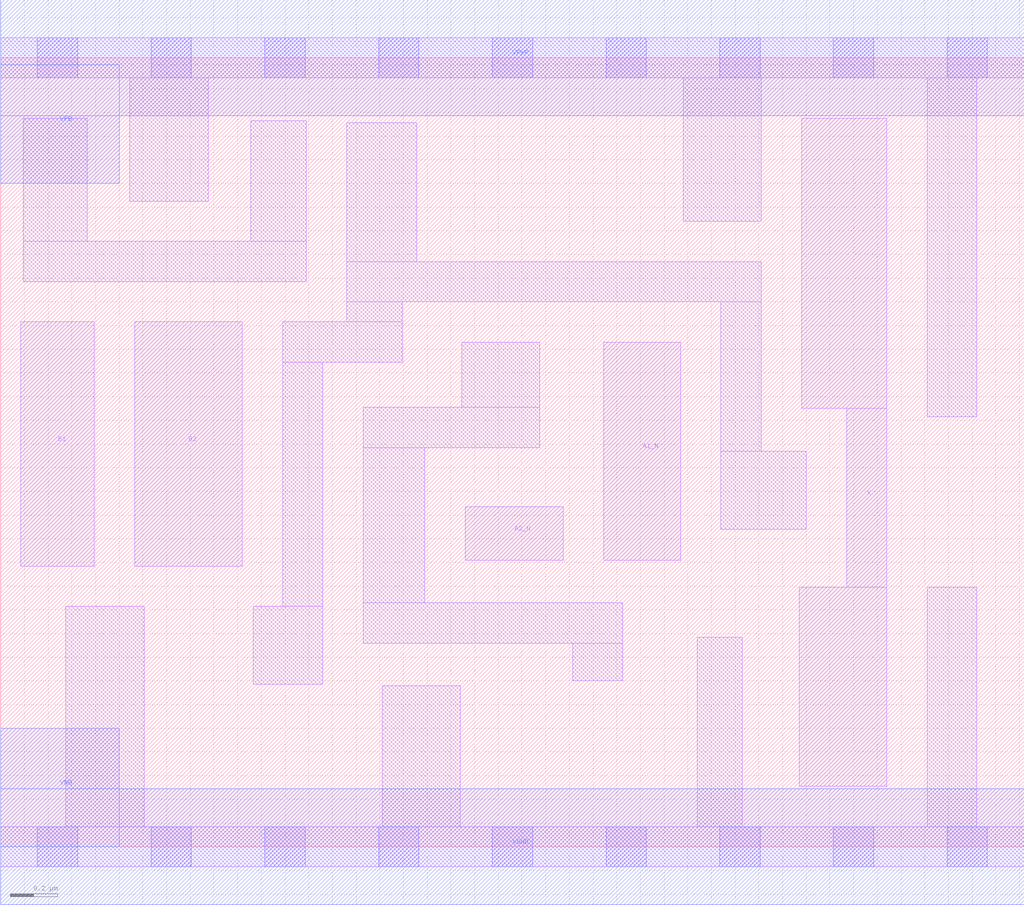
<source format=lef>
# Copyright 2020 The SkyWater PDK Authors
#
# Licensed under the Apache License, Version 2.0 (the "License");
# you may not use this file except in compliance with the License.
# You may obtain a copy of the License at
#
#     https://www.apache.org/licenses/LICENSE-2.0
#
# Unless required by applicable law or agreed to in writing, software
# distributed under the License is distributed on an "AS IS" BASIS,
# WITHOUT WARRANTIES OR CONDITIONS OF ANY KIND, either express or implied.
# See the License for the specific language governing permissions and
# limitations under the License.
#
# SPDX-License-Identifier: Apache-2.0

VERSION 5.5 ;
NAMESCASESENSITIVE ON ;
BUSBITCHARS "[]" ;
DIVIDERCHAR "/" ;
MACRO sky130_fd_sc_lp__a2bb2o_2
  CLASS CORE ;
  SOURCE USER ;
  ORIGIN  0.000000  0.000000 ;
  SIZE  4.320000 BY  3.330000 ;
  SYMMETRY X Y R90 ;
  SITE unit ;
  PIN A1_N
    ANTENNAGATEAREA  0.159000 ;
    DIRECTION INPUT ;
    USE SIGNAL ;
    PORT
      LAYER li1 ;
        RECT 2.545000 1.210000 2.870000 2.130000 ;
    END
  END A1_N
  PIN A2_N
    ANTENNAGATEAREA  0.159000 ;
    DIRECTION INPUT ;
    USE SIGNAL ;
    PORT
      LAYER li1 ;
        RECT 1.960000 1.210000 2.375000 1.435000 ;
    END
  END A2_N
  PIN B1
    ANTENNAGATEAREA  0.159000 ;
    DIRECTION INPUT ;
    USE SIGNAL ;
    PORT
      LAYER li1 ;
        RECT 0.085000 1.185000 0.395000 2.215000 ;
    END
  END B1
  PIN B2
    ANTENNAGATEAREA  0.159000 ;
    DIRECTION INPUT ;
    USE SIGNAL ;
    PORT
      LAYER li1 ;
        RECT 0.565000 1.185000 1.020000 2.215000 ;
    END
  END B2
  PIN X
    ANTENNADIFFAREA  0.588000 ;
    DIRECTION OUTPUT ;
    USE SIGNAL ;
    PORT
      LAYER li1 ;
        RECT 3.370000 0.255000 3.740000 1.095000 ;
        RECT 3.380000 1.850000 3.740000 3.075000 ;
        RECT 3.570000 1.095000 3.740000 1.850000 ;
    END
  END X
  PIN VGND
    DIRECTION INOUT ;
    USE GROUND ;
    PORT
      LAYER met1 ;
        RECT 0.000000 -0.245000 4.320000 0.245000 ;
    END
  END VGND
  PIN VNB
    DIRECTION INOUT ;
    USE GROUND ;
    PORT
    END
  END VNB
  PIN VPB
    DIRECTION INOUT ;
    USE POWER ;
    PORT
    END
  END VPB
  PIN VNB
    DIRECTION INOUT ;
    USE GROUND ;
    PORT
      LAYER met1 ;
        RECT 0.000000 0.000000 0.500000 0.500000 ;
    END
  END VNB
  PIN VPB
    DIRECTION INOUT ;
    USE POWER ;
    PORT
      LAYER met1 ;
        RECT 0.000000 2.800000 0.500000 3.300000 ;
    END
  END VPB
  PIN VPWR
    DIRECTION INOUT ;
    USE POWER ;
    PORT
      LAYER met1 ;
        RECT 0.000000 3.085000 4.320000 3.575000 ;
    END
  END VPWR
  OBS
    LAYER li1 ;
      RECT 0.000000 -0.085000 4.320000 0.085000 ;
      RECT 0.000000  3.245000 4.320000 3.415000 ;
      RECT 0.095000  2.385000 1.290000 2.555000 ;
      RECT 0.095000  2.555000 0.365000 3.075000 ;
      RECT 0.275000  0.085000 0.605000 1.015000 ;
      RECT 0.545000  2.725000 0.875000 3.245000 ;
      RECT 1.055000  2.555000 1.290000 3.065000 ;
      RECT 1.065000  0.685000 1.360000 1.015000 ;
      RECT 1.190000  1.015000 1.360000 2.045000 ;
      RECT 1.190000  2.045000 1.695000 2.215000 ;
      RECT 1.460000  2.215000 1.695000 2.300000 ;
      RECT 1.460000  2.300000 3.210000 2.470000 ;
      RECT 1.460000  2.470000 1.755000 3.055000 ;
      RECT 1.530000  0.860000 2.625000 1.030000 ;
      RECT 1.530000  1.030000 1.790000 1.685000 ;
      RECT 1.530000  1.685000 2.275000 1.855000 ;
      RECT 1.610000  0.085000 1.940000 0.680000 ;
      RECT 1.945000  1.855000 2.275000 2.130000 ;
      RECT 2.415000  0.700000 2.625000 0.860000 ;
      RECT 2.880000  2.640000 3.210000 3.245000 ;
      RECT 2.940000  0.085000 3.130000 0.885000 ;
      RECT 3.040000  1.340000 3.400000 1.670000 ;
      RECT 3.040000  1.670000 3.210000 2.300000 ;
      RECT 3.910000  0.085000 4.120000 1.095000 ;
      RECT 3.910000  1.815000 4.120000 3.245000 ;
    LAYER mcon ;
      RECT 0.155000 -0.085000 0.325000 0.085000 ;
      RECT 0.155000  3.245000 0.325000 3.415000 ;
      RECT 0.635000 -0.085000 0.805000 0.085000 ;
      RECT 0.635000  3.245000 0.805000 3.415000 ;
      RECT 1.115000 -0.085000 1.285000 0.085000 ;
      RECT 1.115000  3.245000 1.285000 3.415000 ;
      RECT 1.595000 -0.085000 1.765000 0.085000 ;
      RECT 1.595000  3.245000 1.765000 3.415000 ;
      RECT 2.075000 -0.085000 2.245000 0.085000 ;
      RECT 2.075000  3.245000 2.245000 3.415000 ;
      RECT 2.555000 -0.085000 2.725000 0.085000 ;
      RECT 2.555000  3.245000 2.725000 3.415000 ;
      RECT 3.035000 -0.085000 3.205000 0.085000 ;
      RECT 3.035000  3.245000 3.205000 3.415000 ;
      RECT 3.515000 -0.085000 3.685000 0.085000 ;
      RECT 3.515000  3.245000 3.685000 3.415000 ;
      RECT 3.995000 -0.085000 4.165000 0.085000 ;
      RECT 3.995000  3.245000 4.165000 3.415000 ;
  END
END sky130_fd_sc_lp__a2bb2o_2
END LIBRARY

</source>
